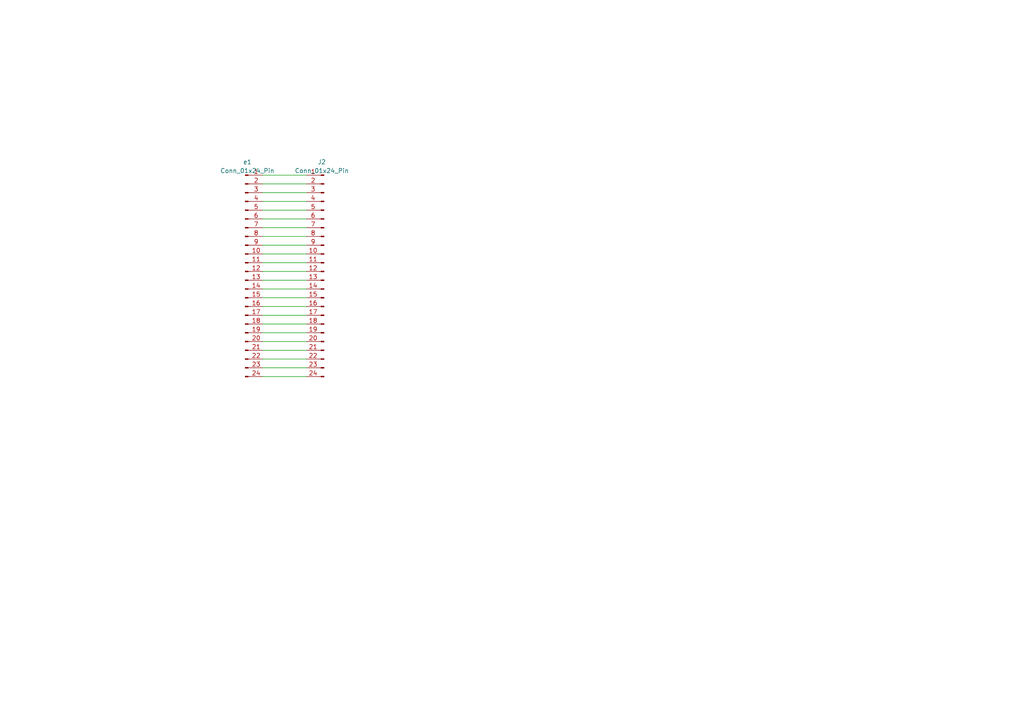
<source format=kicad_sch>
(kicad_sch (version 20230121) (generator eeschema)
  (paper "A4")
  (lib_symbols
    (symbol "Connector:Conn_01x24_Pin" (pin_names (offset 1.016) hide)
      (property "Reference" "J" (at 0 30.48 0))
      (property "Value" "Conn_01x24_Pin" (at 0 -33.02 0))
      (symbol "Conn_01x24_Pin_1_1"
        (polyline (pts (xy 1.27 -30.48) (xy 0.8636 -30.48)) (stroke (width 0.1524)))
        (polyline (pts (xy 1.27 -27.94) (xy 0.8636 -27.94)) (stroke (width 0.1524)))
        (polyline (pts (xy 1.27 -25.4) (xy 0.8636 -25.4)) (stroke (width 0.1524)))
        (polyline (pts (xy 1.27 -22.86) (xy 0.8636 -22.86)) (stroke (width 0.1524)))
        (polyline (pts (xy 1.27 -20.32) (xy 0.8636 -20.32)) (stroke (width 0.1524)))
        (polyline (pts (xy 1.27 -17.78) (xy 0.8636 -17.78)) (stroke (width 0.1524)))
        (polyline (pts (xy 1.27 -15.24) (xy 0.8636 -15.24)) (stroke (width 0.1524)))
        (polyline (pts (xy 1.27 -12.7) (xy 0.8636 -12.7)) (stroke (width 0.1524)))
        (polyline (pts (xy 1.27 -10.16) (xy 0.8636 -10.16)) (stroke (width 0.1524)))
        (polyline (pts (xy 1.27 -7.62) (xy 0.8636 -7.62)) (stroke (width 0.1524)))
        (polyline (pts (xy 1.27 -5.08) (xy 0.8636 -5.08)) (stroke (width 0.1524)))
        (polyline (pts (xy 1.27 -2.54) (xy 0.8636 -2.54)) (stroke (width 0.1524)))
        (polyline (pts (xy 1.27 0) (xy 0.8636 0)) (stroke (width 0.1524)))
        (polyline (pts (xy 1.27 2.54) (xy 0.8636 2.54)) (stroke (width 0.1524)))
        (polyline (pts (xy 1.27 5.08) (xy 0.8636 5.08)) (stroke (width 0.1524)))
        (polyline (pts (xy 1.27 7.62) (xy 0.8636 7.62)) (stroke (width 0.1524)))
        (polyline (pts (xy 1.27 10.16) (xy 0.8636 10.16)) (stroke (width 0.1524)))
        (polyline (pts (xy 1.27 12.7) (xy 0.8636 12.7)) (stroke (width 0.1524)))
        (polyline (pts (xy 1.27 15.24) (xy 0.8636 15.24)) (stroke (width 0.1524)))
        (polyline (pts (xy 1.27 17.78) (xy 0.8636 17.78)) (stroke (width 0.1524)))
        (polyline (pts (xy 1.27 20.32) (xy 0.8636 20.32)) (stroke (width 0.1524)))
        (polyline (pts (xy 1.27 22.86) (xy 0.8636 22.86)) (stroke (width 0.1524)))
        (polyline (pts (xy 1.27 25.4) (xy 0.8636 25.4)) (stroke (width 0.1524)))
        (polyline (pts (xy 1.27 27.94) (xy 0.8636 27.94)) (stroke (width 0.1524)))
        (rectangle (start 0.8636 -30.353) (end 0 -30.607) (stroke (width 0.1524)) (fill (type outline)))
        (rectangle (start 0.8636 -27.813) (end 0 -28.067) (stroke (width 0.1524)) (fill (type outline)))
        (rectangle (start 0.8636 -25.273) (end 0 -25.527) (stroke (width 0.1524)) (fill (type outline)))
        (rectangle (start 0.8636 -22.733) (end 0 -22.987) (stroke (width 0.1524)) (fill (type outline)))
        (rectangle (start 0.8636 -20.193) (end 0 -20.447) (stroke (width 0.1524)) (fill (type outline)))
        (rectangle (start 0.8636 -17.653) (end 0 -17.907) (stroke (width 0.1524)) (fill (type outline)))
        (rectangle (start 0.8636 -15.113) (end 0 -15.367) (stroke (width 0.1524)) (fill (type outline)))
        (rectangle (start 0.8636 -12.573) (end 0 -12.827) (stroke (width 0.1524)) (fill (type outline)))
        (rectangle (start 0.8636 -10.033) (end 0 -10.287) (stroke (width 0.1524)) (fill (type outline)))
        (rectangle (start 0.8636 -7.493) (end 0 -7.747) (stroke (width 0.1524)) (fill (type outline)))
        (rectangle (start 0.8636 -4.953) (end 0 -5.207) (stroke (width 0.1524)) (fill (type outline)))
        (rectangle (start 0.8636 -2.413) (end 0 -2.667) (stroke (width 0.1524)) (fill (type outline)))
        (rectangle (start 0.8636 0.127) (end 0 -0.127) (stroke (width 0.1524)) (fill (type outline)))
        (rectangle (start 0.8636 2.667) (end 0 2.413) (stroke (width 0.1524)) (fill (type outline)))
        (rectangle (start 0.8636 5.207) (end 0 4.953) (stroke (width 0.1524)) (fill (type outline)))
        (rectangle (start 0.8636 7.747) (end 0 7.493) (stroke (width 0.1524)) (fill (type outline)))
        (rectangle (start 0.8636 10.287) (end 0 10.033) (stroke (width 0.1524)) (fill (type outline)))
        (rectangle (start 0.8636 12.827) (end 0 12.573) (stroke (width 0.1524)) (fill (type outline)))
        (rectangle (start 0.8636 15.367) (end 0 15.113) (stroke (width 0.1524)) (fill (type outline)))
        (rectangle (start 0.8636 17.907) (end 0 17.653) (stroke (width 0.1524)) (fill (type outline)))
        (rectangle (start 0.8636 20.447) (end 0 20.193) (stroke (width 0.1524)) (fill (type outline)))
        (rectangle (start 0.8636 22.987) (end 0 22.733) (stroke (width 0.1524)) (fill (type outline)))
        (rectangle (start 0.8636 25.527) (end 0 25.273) (stroke (width 0.1524)) (fill (type outline)))
        (rectangle (start 0.8636 28.067) (end 0 27.813) (stroke (width 0.1524)) (fill (type outline)))
        (pin passive line (at 5.08 27.94 180) (length 3.81) (name "Pin_1") (number "1"))
        (pin passive line (at 5.08 5.08 180) (length 3.81) (name "Pin_10") (number "10"))
        (pin passive line (at 5.08 2.54 180) (length 3.81) (name "Pin_11") (number "11"))
        (pin passive line (at 5.08 0 180) (length 3.81) (name "Pin_12") (number "12"))
        (pin passive line (at 5.08 -2.54 180) (length 3.81) (name "Pin_13") (number "13"))
        (pin passive line (at 5.08 -5.08 180) (length 3.81) (name "Pin_14") (number "14"))
        (pin passive line (at 5.08 -7.62 180) (length 3.81) (name "Pin_15") (number "15"))
        (pin passive line (at 5.08 -10.16 180) (length 3.81) (name "Pin_16") (number "16"))
        (pin passive line (at 5.08 -12.7 180) (length 3.81) (name "Pin_17") (number "17"))
        (pin passive line (at 5.08 -15.24 180) (length 3.81) (name "Pin_18") (number "18"))
        (pin passive line (at 5.08 -17.78 180) (length 3.81) (name "Pin_19") (number "19"))
        (pin passive line (at 5.08 25.4 180) (length 3.81) (name "Pin_2") (number "2"))
        (pin passive line (at 5.08 -20.32 180) (length 3.81) (name "Pin_20") (number "20"))
        (pin passive line (at 5.08 -22.86 180) (length 3.81) (name "Pin_21") (number "21"))
        (pin passive line (at 5.08 -25.4 180) (length 3.81) (name "Pin_22") (number "22"))
        (pin passive line (at 5.08 -27.94 180) (length 3.81) (name "Pin_23") (number "23"))
        (pin passive line (at 5.08 -30.48 180) (length 3.81) (name "Pin_24") (number "24"))
        (pin passive line (at 5.08 22.86 180) (length 3.81) (name "Pin_3") (number "3"))
        (pin passive line (at 5.08 20.32 180) (length 3.81) (name "Pin_4") (number "4"))
        (pin passive line (at 5.08 17.78 180) (length 3.81) (name "Pin_5") (number "5"))
        (pin passive line (at 5.08 15.24 180) (length 3.81) (name "Pin_6") (number "6"))
        (pin passive line (at 5.08 12.7 180) (length 3.81) (name "Pin_7") (number "7"))
        (pin passive line (at 5.08 10.16 180) (length 3.81) (name "Pin_8") (number "8"))
        (pin passive line (at 5.08 7.62 180) (length 3.81) (name "Pin_9") (number "9"))
      )
    )
  )
  (wire (pts (xy 76.2 63.5) (xy 88.9 63.5)))
  (wire (pts (xy 76.2 106.68) (xy 88.9 106.68)))
  (wire (pts (xy 76.2 83.82) (xy 88.9 83.82)))
  (wire (pts (xy 76.2 101.6) (xy 88.9 101.6)))
  (wire (pts (xy 76.2 55.88) (xy 88.9 55.88)))
  (wire (pts (xy 76.2 66.04) (xy 88.9 66.04)))
  (wire (pts (xy 76.2 53.34) (xy 88.9 53.34)))
  (wire (pts (xy 76.2 86.36) (xy 88.9 86.36)))
  (wire (pts (xy 76.2 71.12) (xy 88.9 71.12)))
  (wire (pts (xy 76.2 76.2) (xy 88.9 76.2)))
  (wire (pts (xy 76.2 109.22) (xy 88.9 109.22)))
  (wire (pts (xy 76.2 99.06) (xy 88.9 99.06)))
  (wire (pts (xy 76.2 68.58) (xy 88.9 68.58)))
  (wire (pts (xy 76.2 73.66) (xy 88.9 73.66)))
  (wire (pts (xy 76.2 93.98) (xy 88.9 93.98)))
  (wire (pts (xy 76.2 81.28) (xy 88.9 81.28)))
  (wire (pts (xy 76.2 104.14) (xy 88.9 104.14)))
  (wire (pts (xy 76.2 58.42) (xy 88.9 58.42)))
  (wire (pts (xy 76.2 60.96) (xy 88.9 60.96)))
  (wire (pts (xy 76.2 78.74) (xy 88.9 78.74)))
  (wire (pts (xy 76.2 91.44) (xy 88.9 91.44)))
  (wire (pts (xy 76.2 50.8) (xy 88.9 50.8)))
  (wire (pts (xy 76.2 88.9) (xy 88.9 88.9)))
  (wire (pts (xy 76.2 96.52) (xy 88.9 96.52)))
  (symbol (lib_id "Connector:Conn_01x24_Pin") (at 71.12 78.74 0) (unit 1)
    (property "Reference" "e1" (at 71.755 46.99 0))
    (property "Value" "Conn_01x24_Pin" (at 71.755 49.53 0))
    (property "Footprint" "3ds_xl:3ds_xl" (effects hide))
  )
  (symbol (lib_id "Connector:Conn_01x24_Pin") (at 93.98 78.74 0) (mirror y) (unit 1)
    (property "Reference" "J2" (at 93.345 46.99 0))
    (property "Value" "Conn_01x24_Pin" (at 93.345 49.53 0))
    (property "Footprint" "THD0515-24CL-SN_FPC:THD0515-24CL-SN_FPC" (effects hide))
  )
)
</source>
